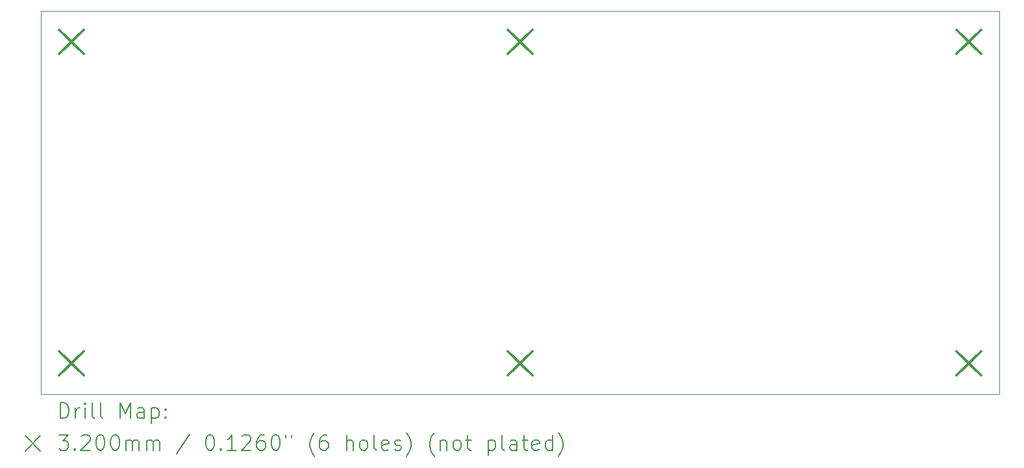
<source format=gbr>
%TF.GenerationSoftware,KiCad,Pcbnew,6.0.11-2627ca5db0~126~ubuntu22.04.1*%
%TF.CreationDate,2023-10-21T07:57:17+01:00*%
%TF.ProjectId,LEDClock,4c454443-6c6f-4636-9b2e-6b696361645f,rev?*%
%TF.SameCoordinates,PX44794c0PY22243c0*%
%TF.FileFunction,Drillmap*%
%TF.FilePolarity,Positive*%
%FSLAX45Y45*%
G04 Gerber Fmt 4.5, Leading zero omitted, Abs format (unit mm)*
G04 Created by KiCad (PCBNEW 6.0.11-2627ca5db0~126~ubuntu22.04.1) date 2023-10-21 07:57:17*
%MOMM*%
%LPD*%
G01*
G04 APERTURE LIST*
%ADD10C,0.100000*%
%ADD11C,0.200000*%
%ADD12C,0.320000*%
G04 APERTURE END LIST*
D10*
X12500000Y-5000000D02*
X0Y-5000000D01*
X0Y-5000000D02*
X0Y0D01*
X12500000Y0D02*
X12500000Y-5000000D01*
X12500000Y0D02*
X0Y0D01*
D11*
D12*
X240000Y-240000D02*
X560000Y-560000D01*
X560000Y-240000D02*
X240000Y-560000D01*
X240000Y-4440000D02*
X560000Y-4760000D01*
X560000Y-4440000D02*
X240000Y-4760000D01*
X6090000Y-240000D02*
X6410000Y-560000D01*
X6410000Y-240000D02*
X6090000Y-560000D01*
X6090000Y-4440000D02*
X6410000Y-4760000D01*
X6410000Y-4440000D02*
X6090000Y-4760000D01*
X11940000Y-240000D02*
X12260000Y-560000D01*
X12260000Y-240000D02*
X11940000Y-560000D01*
X11940000Y-4440000D02*
X12260000Y-4760000D01*
X12260000Y-4440000D02*
X11940000Y-4760000D01*
D11*
X252619Y-5315476D02*
X252619Y-5115476D01*
X300238Y-5115476D01*
X328810Y-5125000D01*
X347857Y-5144048D01*
X357381Y-5163095D01*
X366905Y-5201190D01*
X366905Y-5229762D01*
X357381Y-5267857D01*
X347857Y-5286905D01*
X328810Y-5305952D01*
X300238Y-5315476D01*
X252619Y-5315476D01*
X452619Y-5315476D02*
X452619Y-5182143D01*
X452619Y-5220238D02*
X462143Y-5201190D01*
X471667Y-5191667D01*
X490714Y-5182143D01*
X509762Y-5182143D01*
X576429Y-5315476D02*
X576429Y-5182143D01*
X576429Y-5115476D02*
X566905Y-5125000D01*
X576429Y-5134524D01*
X585952Y-5125000D01*
X576429Y-5115476D01*
X576429Y-5134524D01*
X700238Y-5315476D02*
X681190Y-5305952D01*
X671667Y-5286905D01*
X671667Y-5115476D01*
X805000Y-5315476D02*
X785952Y-5305952D01*
X776428Y-5286905D01*
X776428Y-5115476D01*
X1033571Y-5315476D02*
X1033571Y-5115476D01*
X1100238Y-5258333D01*
X1166905Y-5115476D01*
X1166905Y-5315476D01*
X1347857Y-5315476D02*
X1347857Y-5210714D01*
X1338333Y-5191667D01*
X1319286Y-5182143D01*
X1281190Y-5182143D01*
X1262143Y-5191667D01*
X1347857Y-5305952D02*
X1328810Y-5315476D01*
X1281190Y-5315476D01*
X1262143Y-5305952D01*
X1252619Y-5286905D01*
X1252619Y-5267857D01*
X1262143Y-5248810D01*
X1281190Y-5239286D01*
X1328810Y-5239286D01*
X1347857Y-5229762D01*
X1443095Y-5182143D02*
X1443095Y-5382143D01*
X1443095Y-5191667D02*
X1462143Y-5182143D01*
X1500238Y-5182143D01*
X1519286Y-5191667D01*
X1528809Y-5201190D01*
X1538333Y-5220238D01*
X1538333Y-5277381D01*
X1528809Y-5296429D01*
X1519286Y-5305952D01*
X1500238Y-5315476D01*
X1462143Y-5315476D01*
X1443095Y-5305952D01*
X1624048Y-5296429D02*
X1633571Y-5305952D01*
X1624048Y-5315476D01*
X1614524Y-5305952D01*
X1624048Y-5296429D01*
X1624048Y-5315476D01*
X1624048Y-5191667D02*
X1633571Y-5201190D01*
X1624048Y-5210714D01*
X1614524Y-5201190D01*
X1624048Y-5191667D01*
X1624048Y-5210714D01*
X-205000Y-5545000D02*
X-5000Y-5745000D01*
X-5000Y-5545000D02*
X-205000Y-5745000D01*
X233571Y-5535476D02*
X357381Y-5535476D01*
X290714Y-5611667D01*
X319286Y-5611667D01*
X338333Y-5621190D01*
X347857Y-5630714D01*
X357381Y-5649762D01*
X357381Y-5697381D01*
X347857Y-5716428D01*
X338333Y-5725952D01*
X319286Y-5735476D01*
X262143Y-5735476D01*
X243095Y-5725952D01*
X233571Y-5716428D01*
X443095Y-5716428D02*
X452619Y-5725952D01*
X443095Y-5735476D01*
X433571Y-5725952D01*
X443095Y-5716428D01*
X443095Y-5735476D01*
X528810Y-5554524D02*
X538333Y-5545000D01*
X557381Y-5535476D01*
X605000Y-5535476D01*
X624048Y-5545000D01*
X633571Y-5554524D01*
X643095Y-5573571D01*
X643095Y-5592619D01*
X633571Y-5621190D01*
X519286Y-5735476D01*
X643095Y-5735476D01*
X766905Y-5535476D02*
X785952Y-5535476D01*
X805000Y-5545000D01*
X814524Y-5554524D01*
X824048Y-5573571D01*
X833571Y-5611667D01*
X833571Y-5659286D01*
X824048Y-5697381D01*
X814524Y-5716428D01*
X805000Y-5725952D01*
X785952Y-5735476D01*
X766905Y-5735476D01*
X747857Y-5725952D01*
X738333Y-5716428D01*
X728809Y-5697381D01*
X719286Y-5659286D01*
X719286Y-5611667D01*
X728809Y-5573571D01*
X738333Y-5554524D01*
X747857Y-5545000D01*
X766905Y-5535476D01*
X957381Y-5535476D02*
X976428Y-5535476D01*
X995476Y-5545000D01*
X1005000Y-5554524D01*
X1014524Y-5573571D01*
X1024048Y-5611667D01*
X1024048Y-5659286D01*
X1014524Y-5697381D01*
X1005000Y-5716428D01*
X995476Y-5725952D01*
X976428Y-5735476D01*
X957381Y-5735476D01*
X938333Y-5725952D01*
X928809Y-5716428D01*
X919286Y-5697381D01*
X909762Y-5659286D01*
X909762Y-5611667D01*
X919286Y-5573571D01*
X928809Y-5554524D01*
X938333Y-5545000D01*
X957381Y-5535476D01*
X1109762Y-5735476D02*
X1109762Y-5602143D01*
X1109762Y-5621190D02*
X1119286Y-5611667D01*
X1138333Y-5602143D01*
X1166905Y-5602143D01*
X1185952Y-5611667D01*
X1195476Y-5630714D01*
X1195476Y-5735476D01*
X1195476Y-5630714D02*
X1205000Y-5611667D01*
X1224048Y-5602143D01*
X1252619Y-5602143D01*
X1271667Y-5611667D01*
X1281190Y-5630714D01*
X1281190Y-5735476D01*
X1376429Y-5735476D02*
X1376429Y-5602143D01*
X1376429Y-5621190D02*
X1385952Y-5611667D01*
X1405000Y-5602143D01*
X1433571Y-5602143D01*
X1452619Y-5611667D01*
X1462143Y-5630714D01*
X1462143Y-5735476D01*
X1462143Y-5630714D02*
X1471667Y-5611667D01*
X1490714Y-5602143D01*
X1519286Y-5602143D01*
X1538333Y-5611667D01*
X1547857Y-5630714D01*
X1547857Y-5735476D01*
X1938333Y-5525952D02*
X1766905Y-5783095D01*
X2195476Y-5535476D02*
X2214524Y-5535476D01*
X2233571Y-5545000D01*
X2243095Y-5554524D01*
X2252619Y-5573571D01*
X2262143Y-5611667D01*
X2262143Y-5659286D01*
X2252619Y-5697381D01*
X2243095Y-5716428D01*
X2233571Y-5725952D01*
X2214524Y-5735476D01*
X2195476Y-5735476D01*
X2176429Y-5725952D01*
X2166905Y-5716428D01*
X2157381Y-5697381D01*
X2147857Y-5659286D01*
X2147857Y-5611667D01*
X2157381Y-5573571D01*
X2166905Y-5554524D01*
X2176429Y-5545000D01*
X2195476Y-5535476D01*
X2347857Y-5716428D02*
X2357381Y-5725952D01*
X2347857Y-5735476D01*
X2338333Y-5725952D01*
X2347857Y-5716428D01*
X2347857Y-5735476D01*
X2547857Y-5735476D02*
X2433571Y-5735476D01*
X2490714Y-5735476D02*
X2490714Y-5535476D01*
X2471667Y-5564048D01*
X2452619Y-5583095D01*
X2433571Y-5592619D01*
X2624048Y-5554524D02*
X2633571Y-5545000D01*
X2652619Y-5535476D01*
X2700238Y-5535476D01*
X2719286Y-5545000D01*
X2728810Y-5554524D01*
X2738333Y-5573571D01*
X2738333Y-5592619D01*
X2728810Y-5621190D01*
X2614524Y-5735476D01*
X2738333Y-5735476D01*
X2909762Y-5535476D02*
X2871667Y-5535476D01*
X2852619Y-5545000D01*
X2843095Y-5554524D01*
X2824048Y-5583095D01*
X2814524Y-5621190D01*
X2814524Y-5697381D01*
X2824048Y-5716428D01*
X2833571Y-5725952D01*
X2852619Y-5735476D01*
X2890714Y-5735476D01*
X2909762Y-5725952D01*
X2919286Y-5716428D01*
X2928809Y-5697381D01*
X2928809Y-5649762D01*
X2919286Y-5630714D01*
X2909762Y-5621190D01*
X2890714Y-5611667D01*
X2852619Y-5611667D01*
X2833571Y-5621190D01*
X2824048Y-5630714D01*
X2814524Y-5649762D01*
X3052619Y-5535476D02*
X3071667Y-5535476D01*
X3090714Y-5545000D01*
X3100238Y-5554524D01*
X3109762Y-5573571D01*
X3119286Y-5611667D01*
X3119286Y-5659286D01*
X3109762Y-5697381D01*
X3100238Y-5716428D01*
X3090714Y-5725952D01*
X3071667Y-5735476D01*
X3052619Y-5735476D01*
X3033571Y-5725952D01*
X3024048Y-5716428D01*
X3014524Y-5697381D01*
X3005000Y-5659286D01*
X3005000Y-5611667D01*
X3014524Y-5573571D01*
X3024048Y-5554524D01*
X3033571Y-5545000D01*
X3052619Y-5535476D01*
X3195476Y-5535476D02*
X3195476Y-5573571D01*
X3271667Y-5535476D02*
X3271667Y-5573571D01*
X3566905Y-5811667D02*
X3557381Y-5802143D01*
X3538333Y-5773571D01*
X3528809Y-5754524D01*
X3519286Y-5725952D01*
X3509762Y-5678333D01*
X3509762Y-5640238D01*
X3519286Y-5592619D01*
X3528809Y-5564048D01*
X3538333Y-5545000D01*
X3557381Y-5516429D01*
X3566905Y-5506905D01*
X3728809Y-5535476D02*
X3690714Y-5535476D01*
X3671667Y-5545000D01*
X3662143Y-5554524D01*
X3643095Y-5583095D01*
X3633571Y-5621190D01*
X3633571Y-5697381D01*
X3643095Y-5716428D01*
X3652619Y-5725952D01*
X3671667Y-5735476D01*
X3709762Y-5735476D01*
X3728809Y-5725952D01*
X3738333Y-5716428D01*
X3747857Y-5697381D01*
X3747857Y-5649762D01*
X3738333Y-5630714D01*
X3728809Y-5621190D01*
X3709762Y-5611667D01*
X3671667Y-5611667D01*
X3652619Y-5621190D01*
X3643095Y-5630714D01*
X3633571Y-5649762D01*
X3985952Y-5735476D02*
X3985952Y-5535476D01*
X4071667Y-5735476D02*
X4071667Y-5630714D01*
X4062143Y-5611667D01*
X4043095Y-5602143D01*
X4014524Y-5602143D01*
X3995476Y-5611667D01*
X3985952Y-5621190D01*
X4195476Y-5735476D02*
X4176428Y-5725952D01*
X4166905Y-5716428D01*
X4157381Y-5697381D01*
X4157381Y-5640238D01*
X4166905Y-5621190D01*
X4176428Y-5611667D01*
X4195476Y-5602143D01*
X4224048Y-5602143D01*
X4243095Y-5611667D01*
X4252619Y-5621190D01*
X4262143Y-5640238D01*
X4262143Y-5697381D01*
X4252619Y-5716428D01*
X4243095Y-5725952D01*
X4224048Y-5735476D01*
X4195476Y-5735476D01*
X4376429Y-5735476D02*
X4357381Y-5725952D01*
X4347857Y-5706905D01*
X4347857Y-5535476D01*
X4528810Y-5725952D02*
X4509762Y-5735476D01*
X4471667Y-5735476D01*
X4452619Y-5725952D01*
X4443095Y-5706905D01*
X4443095Y-5630714D01*
X4452619Y-5611667D01*
X4471667Y-5602143D01*
X4509762Y-5602143D01*
X4528810Y-5611667D01*
X4538333Y-5630714D01*
X4538333Y-5649762D01*
X4443095Y-5668809D01*
X4614524Y-5725952D02*
X4633571Y-5735476D01*
X4671667Y-5735476D01*
X4690714Y-5725952D01*
X4700238Y-5706905D01*
X4700238Y-5697381D01*
X4690714Y-5678333D01*
X4671667Y-5668809D01*
X4643095Y-5668809D01*
X4624048Y-5659286D01*
X4614524Y-5640238D01*
X4614524Y-5630714D01*
X4624048Y-5611667D01*
X4643095Y-5602143D01*
X4671667Y-5602143D01*
X4690714Y-5611667D01*
X4766905Y-5811667D02*
X4776429Y-5802143D01*
X4795476Y-5773571D01*
X4805000Y-5754524D01*
X4814524Y-5725952D01*
X4824048Y-5678333D01*
X4824048Y-5640238D01*
X4814524Y-5592619D01*
X4805000Y-5564048D01*
X4795476Y-5545000D01*
X4776429Y-5516429D01*
X4766905Y-5506905D01*
X5128810Y-5811667D02*
X5119286Y-5802143D01*
X5100238Y-5773571D01*
X5090714Y-5754524D01*
X5081190Y-5725952D01*
X5071667Y-5678333D01*
X5071667Y-5640238D01*
X5081190Y-5592619D01*
X5090714Y-5564048D01*
X5100238Y-5545000D01*
X5119286Y-5516429D01*
X5128810Y-5506905D01*
X5205000Y-5602143D02*
X5205000Y-5735476D01*
X5205000Y-5621190D02*
X5214524Y-5611667D01*
X5233571Y-5602143D01*
X5262143Y-5602143D01*
X5281190Y-5611667D01*
X5290714Y-5630714D01*
X5290714Y-5735476D01*
X5414524Y-5735476D02*
X5395476Y-5725952D01*
X5385952Y-5716428D01*
X5376429Y-5697381D01*
X5376429Y-5640238D01*
X5385952Y-5621190D01*
X5395476Y-5611667D01*
X5414524Y-5602143D01*
X5443095Y-5602143D01*
X5462143Y-5611667D01*
X5471667Y-5621190D01*
X5481190Y-5640238D01*
X5481190Y-5697381D01*
X5471667Y-5716428D01*
X5462143Y-5725952D01*
X5443095Y-5735476D01*
X5414524Y-5735476D01*
X5538333Y-5602143D02*
X5614524Y-5602143D01*
X5566905Y-5535476D02*
X5566905Y-5706905D01*
X5576429Y-5725952D01*
X5595476Y-5735476D01*
X5614524Y-5735476D01*
X5833571Y-5602143D02*
X5833571Y-5802143D01*
X5833571Y-5611667D02*
X5852619Y-5602143D01*
X5890714Y-5602143D01*
X5909762Y-5611667D01*
X5919286Y-5621190D01*
X5928809Y-5640238D01*
X5928809Y-5697381D01*
X5919286Y-5716428D01*
X5909762Y-5725952D01*
X5890714Y-5735476D01*
X5852619Y-5735476D01*
X5833571Y-5725952D01*
X6043095Y-5735476D02*
X6024048Y-5725952D01*
X6014524Y-5706905D01*
X6014524Y-5535476D01*
X6205000Y-5735476D02*
X6205000Y-5630714D01*
X6195476Y-5611667D01*
X6176428Y-5602143D01*
X6138333Y-5602143D01*
X6119286Y-5611667D01*
X6205000Y-5725952D02*
X6185952Y-5735476D01*
X6138333Y-5735476D01*
X6119286Y-5725952D01*
X6109762Y-5706905D01*
X6109762Y-5687857D01*
X6119286Y-5668809D01*
X6138333Y-5659286D01*
X6185952Y-5659286D01*
X6205000Y-5649762D01*
X6271667Y-5602143D02*
X6347857Y-5602143D01*
X6300238Y-5535476D02*
X6300238Y-5706905D01*
X6309762Y-5725952D01*
X6328809Y-5735476D01*
X6347857Y-5735476D01*
X6490714Y-5725952D02*
X6471667Y-5735476D01*
X6433571Y-5735476D01*
X6414524Y-5725952D01*
X6405000Y-5706905D01*
X6405000Y-5630714D01*
X6414524Y-5611667D01*
X6433571Y-5602143D01*
X6471667Y-5602143D01*
X6490714Y-5611667D01*
X6500238Y-5630714D01*
X6500238Y-5649762D01*
X6405000Y-5668809D01*
X6671667Y-5735476D02*
X6671667Y-5535476D01*
X6671667Y-5725952D02*
X6652619Y-5735476D01*
X6614524Y-5735476D01*
X6595476Y-5725952D01*
X6585952Y-5716428D01*
X6576428Y-5697381D01*
X6576428Y-5640238D01*
X6585952Y-5621190D01*
X6595476Y-5611667D01*
X6614524Y-5602143D01*
X6652619Y-5602143D01*
X6671667Y-5611667D01*
X6747857Y-5811667D02*
X6757381Y-5802143D01*
X6776428Y-5773571D01*
X6785952Y-5754524D01*
X6795476Y-5725952D01*
X6805000Y-5678333D01*
X6805000Y-5640238D01*
X6795476Y-5592619D01*
X6785952Y-5564048D01*
X6776428Y-5545000D01*
X6757381Y-5516429D01*
X6747857Y-5506905D01*
M02*

</source>
